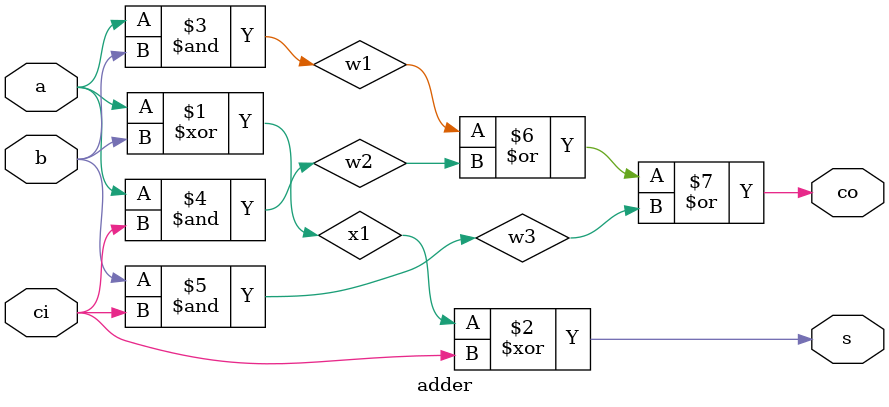
<source format=v>
module top;
  wire s,co;
  reg a,b,ci;

  adder a1(s,co,a,b,ci);

  initial
    begin
	$monitor("%d: {%h,%h} = %h + %h + %h",$time,co,s,a,b,ci);

	#2 a = 1'b0; b = 1'b0; ci = 1'b0;
	#2 a = 1'b0; b = 1'b0; ci = 1'b1;
	#2 a = 1'b0; b = 1'b1; ci = 1'b0;
	#2 a = 1'b0; b = 1'b1; ci = 1'b1;
	#2 a = 1'b1; b = 1'b0; ci = 1'b0;
	#2 a = 1'b1; b = 1'b0; ci = 1'b1;
	#2 a = 1'b1; b = 1'b1; ci = 1'b0;
	#2 a = 1'b1; b = 1'b1; ci = 1'b1;
    end

endmodule

module adder(s,co,a,b,ci);
  output s,co;
  input a,b,ci;
  wire x1,w1,w2,w3;

  xor (x1,a,b);
  xor (s,x1,ci);

  and (w1,a,b);
  and (w2,a,ci);
  and (w3,b,ci);

  or (co, w1, w2, w3);

endmodule

</source>
